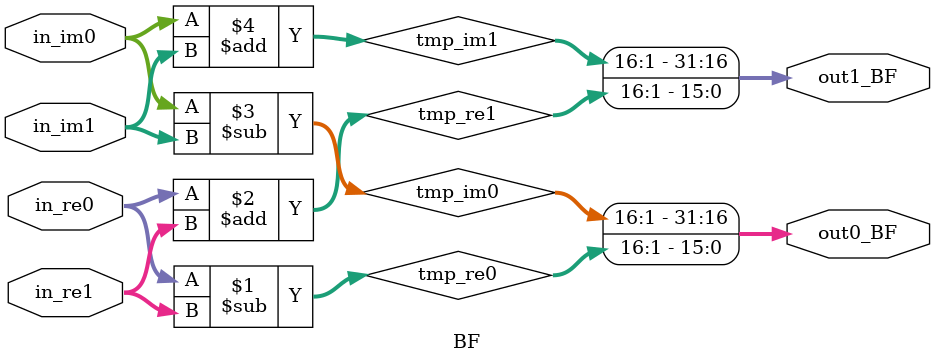
<source format=v>
/******************************************************************************
Copyright (c) 2022 SoC Design Laboratory, Konkuk University, South Korea
All rights reserved.

Redistribution and use in source and binary forms, with or without
modification, are permitted provided that the following conditions are
met: redistributions of source code must retain the above copyright
notice, this list of conditions and the following disclaimer;
redistributions in binary form must reproduce the above copyright
notice, this list of conditions and the following disclaimer in the
documentation and/or other materials provided with the distribution;
neither the name of the copyright holders nor the names of its
contributors may be used to endorse or promote products derived from
this software without specific prior written permission.

THIS SOFTWARE IS PROVIDED BY THE COPYRIGHT HOLDERS AND CONTRIBUTORS
"AS IS" AND ANY EXPRESS OR IMPLIED WARRANTIES, INCLUDING, BUT NOT
LIMITED TO, THE IMPLIED WARRANTIES OF MERCHANTABILITY AND FITNESS FOR
A PARTICULAR PURPOSE ARE DISCLAIMED. IN NO EVENT SHALL THE COPYRIGHT
OWNER OR CONTRIBUTORS BE LIABLE FOR ANY DIRECT, INDIRECT, INCIDENTAL,
SPECIAL, EXEMPLARY, OR CONSEQUENTIAL DAMAGES (INCLUDING, BUT NOT
LIMITED TO, PROCUREMENT OF SUBSTITUTE GOODS OR SERVICES; LOSS OF USE,
DATA, OR PROFITS; OR BUSINESS INTERRUPTION) HOWEVER CAUSED AND ON ANY
THEORY OF LIABILITY, WHETHER IN CONTRACT, STRICT LIABILITY, OR TORT
(INCLUDING NEGLIGENCE OR OTHERWISE) ARISING IN ANY WAY OUT OF THE USE
OF THIS SOFTWARE, EVEN IF ADVISED OF THE POSSIBILITY OF SUCH DAMAGE.

Authors: Uyong Lee (uyonglee@konkuk.ac.kr)

Revision History
2022.11.17: Started by Uyong Lee
*******************************************************************************/
module BF
(
    input signed [15:0] in_re0, //From REGA 2,14
    input signed [15:0] in_im0, //From REGA
    input signed [15:0] in_re1, //From REGB 3,13
    input signed [15:0] in_im1, //From REGB

    output signed [31:0] out0_BF,
    output signed [31:0] out1_BF
);
//Imag [31:16], Real [15:0]

wire signed [16:0] tmp_re0;
wire signed [16:0] tmp_im0;
wire signed [16:0] tmp_re1;
wire signed [16:0] tmp_im1;

assign tmp_re0 = in_re0 - in_re1; //real - real
assign tmp_re1 = in_re0 + in_re1; //real + real

assign tmp_im0 = in_im0 - in_im1; //imag - imag
assign tmp_im1 = in_im0 + in_im1; //imag + imag


assign out1_BF = {tmp_im1[16:1],tmp_re1[16:1]};
assign out0_BF = {tmp_im0[16:1],tmp_re0[16:1]};

endmodule
</source>
